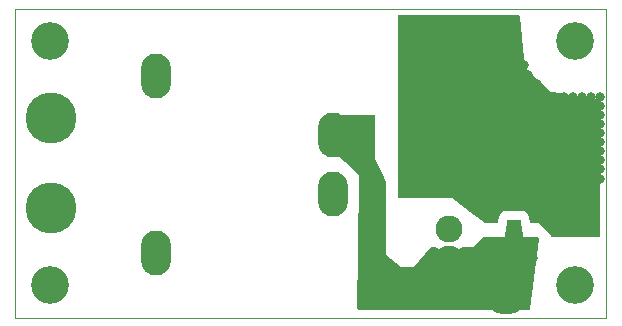
<source format=gbr>
%TF.GenerationSoftware,KiCad,Pcbnew,8.0.0~rc1*%
%TF.CreationDate,2024-01-16T05:38:03-05:00*%
%TF.ProjectId,VTVMbattElim,5654564d-6261-4747-9445-6c696d2e6b69,rev?*%
%TF.SameCoordinates,PX68860e8PY35c5de8*%
%TF.FileFunction,Copper,L1,Top*%
%TF.FilePolarity,Positive*%
%FSLAX46Y46*%
G04 Gerber Fmt 4.6, Leading zero omitted, Abs format (unit mm)*
G04 Created by KiCad (PCBNEW 8.0.0~rc1) date 2024-01-16 05:38:03*
%MOMM*%
%LPD*%
G01*
G04 APERTURE LIST*
G04 Aperture macros list*
%AMOutline4P*
0 Free polygon, 4 corners , with rotation*
0 The origin of the aperture is its center*
0 number of corners: always 4*
0 $1 to $8 corner X, Y*
0 $9 Rotation angle, in degrees counterclockwise*
0 create outline with 4 corners*
4,1,4,$1,$2,$3,$4,$5,$6,$7,$8,$1,$2,$9*%
G04 Aperture macros list end*
%TA.AperFunction,WasherPad*%
%ADD10C,3.200000*%
%TD*%
%TA.AperFunction,ComponentPad*%
%ADD11C,2.286000*%
%TD*%
%TA.AperFunction,ComponentPad*%
%ADD12C,4.318000*%
%TD*%
%TA.AperFunction,ComponentPad*%
%ADD13O,2.540000X3.810000*%
%TD*%
%TA.AperFunction,SMDPad,CuDef*%
%ADD14Outline4P,-1.800000X-1.150000X1.800000X-0.550000X1.800000X0.550000X-1.800000X1.150000X270.000000*%
%TD*%
%TA.AperFunction,SMDPad,CuDef*%
%ADD15Outline4P,-1.800000X-1.150000X1.800000X-0.550000X1.800000X0.550000X-1.800000X1.150000X90.000000*%
%TD*%
%TA.AperFunction,ViaPad*%
%ADD16C,0.800000*%
%TD*%
%TA.AperFunction,Conductor*%
%ADD17C,1.143000*%
%TD*%
%TA.AperFunction,Profile*%
%ADD18C,0.100000*%
%TD*%
G04 APERTURE END LIST*
D10*
%TO.P,H4,*%
%TO.N,*%
X2921000Y-23396400D03*
%TD*%
D11*
%TO.P,RV1,1,1*%
%TO.N,Net-(R2-Pad2)*%
X36703000Y-18669000D03*
%TO.P,RV1,2,2*%
%TO.N,GND*%
X36703000Y-21209000D03*
%TO.P,RV1,3,3*%
X36703000Y-23749000D03*
%TD*%
D12*
%TO.P,TP2,1,1*%
%TO.N,/Vin2*%
X3048000Y-16891000D03*
%TD*%
%TO.P,TP1,1,1*%
%TO.N,/Vin1*%
X3048000Y-9271000D03*
%TD*%
D10*
%TO.P,H2,*%
%TO.N,*%
X47371000Y-2771600D03*
%TD*%
D13*
%TO.P,PS1,1,AC/L*%
%TO.N,/Vfuse2*%
X11882120Y-20667980D03*
%TO.P,PS1,2,AC/N*%
%TO.N,/Vin1*%
X11882120Y-5671820D03*
%TO.P,PS1,3,+Vout*%
%TO.N,/VDC1*%
X26878280Y-15671800D03*
%TO.P,PS1,4,-Vout*%
%TO.N,GND*%
X26878280Y-10668000D03*
%TD*%
D12*
%TO.P,TP4,1,1*%
%TO.N,GND*%
X41529000Y-23749000D03*
%TD*%
D10*
%TO.P,H1,*%
%TO.N,*%
X2921000Y-2771600D03*
%TD*%
D12*
%TO.P,TP3,1,1*%
%TO.N,/Vout*%
X47371000Y-17145000D03*
%TD*%
D10*
%TO.P,H3,*%
%TO.N,*%
X47371000Y-23396400D03*
%TD*%
D14*
%TO.P,D3,1,A1*%
%TO.N,/Vout*%
X42214800Y-13859600D03*
D15*
%TO.P,D3,2,A2*%
%TO.N,GND*%
X42214800Y-19659600D03*
%TD*%
D16*
%TO.N,GND*%
X43789600Y-21082000D03*
X39565625Y-21105604D03*
X33040547Y-23623369D03*
X34092223Y-24686772D03*
X30378400Y-16103600D03*
X29885522Y-24686772D03*
X29718000Y-11887200D03*
X32020148Y-22669433D03*
X30937197Y-23623369D03*
X29916798Y-22669433D03*
X30378400Y-14000249D03*
X34123499Y-22669433D03*
X40566476Y-21105604D03*
X29464000Y-13157200D03*
X30378400Y-15051925D03*
X31988872Y-24686772D03*
X39522400Y-20015200D03*
%TO.N,/Vout*%
X41097200Y-7162800D03*
X40741600Y-3251200D03*
X36169600Y-4775200D03*
X38049200Y-11734800D03*
X39573200Y-15544800D03*
X43383200Y-7162800D03*
X40335200Y-10972800D03*
X39217600Y-4013200D03*
X39979600Y-3251200D03*
X38049200Y-8686800D03*
X48768000Y-7518400D03*
X38811200Y-11734800D03*
X39979600Y-4775200D03*
X39573200Y-11734800D03*
X38049200Y-12496800D03*
X36169600Y-1727200D03*
X38811200Y-6400800D03*
X47244000Y-12090400D03*
X41097200Y-6400800D03*
X48006000Y-12090400D03*
X38455600Y-2489200D03*
X49530000Y-12852400D03*
X46482000Y-8280400D03*
X44145200Y-7162800D03*
X37693600Y-4013200D03*
X39979600Y-4013200D03*
X49530000Y-9804400D03*
X44145200Y-11023600D03*
X47244000Y-9042400D03*
X39573200Y-10210800D03*
X40335200Y-7162800D03*
X49530000Y-13614400D03*
X49530000Y-9042400D03*
X39217600Y-3251200D03*
X41503600Y-4013200D03*
X49530000Y-11328400D03*
X36931600Y-1727200D03*
X43383200Y-14122400D03*
X38455600Y-1727200D03*
X49530000Y-8280400D03*
X44145200Y-13360400D03*
X45720000Y-8280400D03*
X42265600Y-2489200D03*
X40335200Y-15544800D03*
X38049200Y-15544800D03*
X38049200Y-10972800D03*
X48768000Y-9042400D03*
X37287200Y-8686800D03*
X44145200Y-6400800D03*
X48006000Y-7518400D03*
X43383200Y-6400800D03*
X42265600Y-965200D03*
X41503600Y-4775200D03*
X41859200Y-11887200D03*
X36169600Y-965200D03*
X44145200Y-12598400D03*
X45720000Y-12090400D03*
X44145200Y-11785600D03*
X40335200Y-12496800D03*
X47244000Y-12852400D03*
X40741600Y-2489200D03*
X48768000Y-11328400D03*
X39217600Y-4775200D03*
X41503600Y-1727200D03*
X37287200Y-9448800D03*
X43027600Y-4775200D03*
X39979600Y-1727200D03*
X36931600Y-965200D03*
X46482000Y-12852400D03*
X48768000Y-12090400D03*
X45720000Y-12852400D03*
X36931600Y-4775200D03*
X38811200Y-14782800D03*
X41859200Y-5638800D03*
X49530000Y-12090400D03*
X40741600Y-4775200D03*
X39573200Y-13258800D03*
X47244000Y-14427200D03*
X47244000Y-8280400D03*
X39217600Y-2489200D03*
X44145200Y-7924800D03*
X44958000Y-14427200D03*
X39979600Y-965200D03*
X39573200Y-12496800D03*
X40335200Y-13258800D03*
X46482000Y-12090400D03*
X42621200Y-6400800D03*
X44145200Y-8686800D03*
X44958000Y-7518400D03*
X45770800Y-15240000D03*
X47244000Y-7518400D03*
X47244000Y-11328400D03*
X37287200Y-12496800D03*
X38455600Y-4775200D03*
X38049200Y-14782800D03*
X48768000Y-12852400D03*
X45720000Y-11328400D03*
X47244000Y-13614400D03*
X44958000Y-12852400D03*
X38811200Y-5638800D03*
X46482000Y-7518400D03*
X48768000Y-9804400D03*
X40335200Y-11734800D03*
X49530000Y-14427200D03*
X39573200Y-7924800D03*
X43383200Y-8686800D03*
X39979600Y-2489200D03*
X38811200Y-8686800D03*
X38049200Y-14020800D03*
X44958000Y-8280400D03*
X38811200Y-10972800D03*
X46482000Y-14427200D03*
X39573200Y-7162800D03*
X37287200Y-13258800D03*
X40335200Y-14020800D03*
X38811200Y-7162800D03*
X41503600Y-3251200D03*
X42621200Y-11887200D03*
X40335200Y-9448800D03*
X45720000Y-9804400D03*
X38811200Y-10210800D03*
X48768000Y-13614400D03*
X40335200Y-10210800D03*
X43383200Y-5638800D03*
X48006000Y-13614400D03*
X37287200Y-10972800D03*
X37287200Y-6400800D03*
X42265600Y-1727200D03*
X38049200Y-7162800D03*
X44958000Y-9804400D03*
X37693600Y-3251200D03*
X39573200Y-9448800D03*
X38811200Y-13258800D03*
X36169600Y-4013200D03*
X36931600Y-2489200D03*
X37287200Y-10210800D03*
X41097200Y-15697200D03*
X48006000Y-8280400D03*
X38049200Y-13258800D03*
X43383200Y-14884400D03*
X37287200Y-7162800D03*
X37693600Y-2489200D03*
X38049200Y-6400800D03*
X47244000Y-10566400D03*
X48006000Y-14427200D03*
X42265600Y-4775200D03*
X48768000Y-8280400D03*
X46482000Y-11328400D03*
X48006000Y-9042400D03*
X37287200Y-11734800D03*
X40335200Y-14782800D03*
X48006000Y-9804400D03*
X46482000Y-9042400D03*
X43383200Y-9448800D03*
X45720000Y-9042400D03*
X40335200Y-6400800D03*
X39573200Y-8686800D03*
X38811200Y-14020800D03*
X38811200Y-7924800D03*
X40741600Y-965200D03*
X37287200Y-7924800D03*
X44145200Y-15646400D03*
X42265600Y-3251200D03*
X43383200Y-7924800D03*
X41097200Y-14935200D03*
X41859200Y-6400800D03*
X42265600Y-4013200D03*
X42621200Y-7162800D03*
X39217600Y-965200D03*
X45720000Y-10566400D03*
X40335200Y-8686800D03*
X38811200Y-9448800D03*
X44907200Y-16103600D03*
X38455600Y-4013200D03*
X38049200Y-5638800D03*
X42621200Y-5638800D03*
X38049200Y-10210800D03*
X44145200Y-9448800D03*
X45720000Y-14427200D03*
X38049200Y-9448800D03*
X39573200Y-5638800D03*
X43383200Y-10261600D03*
X44958000Y-13614400D03*
X46482000Y-13614400D03*
X44958000Y-10566400D03*
X41097200Y-14173200D03*
X37693600Y-1727200D03*
X41503600Y-965200D03*
X48006000Y-10566400D03*
X44145200Y-14884400D03*
X39573200Y-10972800D03*
X49530000Y-10566400D03*
X41097200Y-5638800D03*
X47244000Y-9804400D03*
X44145200Y-10261600D03*
X43383200Y-15646400D03*
X41859200Y-7162800D03*
X37693600Y-965200D03*
X44958000Y-12090400D03*
X45720000Y-13614400D03*
X39573200Y-14782800D03*
X46482000Y-10566400D03*
X44958000Y-11328400D03*
X40741600Y-1727200D03*
X48006000Y-11328400D03*
X43383200Y-11785600D03*
X44958000Y-15240000D03*
X41097200Y-11887200D03*
X38455600Y-3251200D03*
X38811200Y-15544800D03*
X39573200Y-6400800D03*
X40335200Y-5638800D03*
X37287200Y-5638800D03*
X43383200Y-11023600D03*
X48768000Y-10566400D03*
X39217600Y-1727200D03*
X38811200Y-12496800D03*
X46482000Y-9804400D03*
X36931600Y-4013200D03*
X39573200Y-14020800D03*
X36169600Y-2489200D03*
X36931600Y-3251200D03*
X44958000Y-9042400D03*
X37693600Y-4775200D03*
X40335200Y-7924800D03*
X45720000Y-7518400D03*
X49530000Y-7518400D03*
X38455600Y-965200D03*
X36169600Y-3251200D03*
X44145200Y-14122400D03*
X40741600Y-4013200D03*
X41503600Y-2489200D03*
X38049200Y-7924800D03*
X48006000Y-12852400D03*
X48768000Y-14427200D03*
%TD*%
D17*
%TO.N,GND*%
X42214800Y-19659600D02*
X42214800Y-23063200D01*
X42214800Y-23063200D02*
X41529000Y-23749000D01*
%TO.N,/Vout*%
X47213500Y-16987500D02*
X47371000Y-17145000D01*
%TD*%
%TA.AperFunction,Conductor*%
%TO.N,/Vout*%
G36*
X42611388Y-558253D02*
G01*
X42678328Y-578266D01*
X42723824Y-631294D01*
X42734135Y-669636D01*
X43180000Y-5029200D01*
X45364400Y-7061200D01*
X49323258Y-7655028D01*
X49386635Y-7684439D01*
X49424051Y-7743446D01*
X49428862Y-7777117D01*
X49478651Y-19228713D01*
X49459258Y-19295837D01*
X49406653Y-19341821D01*
X49353121Y-19353243D01*
X45418254Y-19304664D01*
X45351463Y-19284153D01*
X45328125Y-19264186D01*
X44323000Y-18161000D01*
X43693096Y-18161000D01*
X43626057Y-18141315D01*
X43580302Y-18088511D01*
X43570783Y-18057386D01*
X43502845Y-17649761D01*
X43502842Y-17649740D01*
X43501265Y-17642877D01*
X43498413Y-17636178D01*
X43431437Y-17478883D01*
X43431435Y-17478880D01*
X43386536Y-17417976D01*
X43363369Y-17386549D01*
X43325665Y-17335405D01*
X43325664Y-17335404D01*
X43189661Y-17220192D01*
X43189659Y-17220191D01*
X43189658Y-17220190D01*
X43030748Y-17139446D01*
X43030747Y-17139445D01*
X43030746Y-17139445D01*
X42857498Y-17097525D01*
X42852268Y-17097208D01*
X42850470Y-17097100D01*
X42850465Y-17097100D01*
X41579160Y-17097100D01*
X41579122Y-17097102D01*
X41572107Y-17097526D01*
X41572098Y-17097527D01*
X41398853Y-17139446D01*
X41239938Y-17220193D01*
X41103939Y-17335402D01*
X41103935Y-17335406D01*
X40998165Y-17478881D01*
X40998165Y-17478882D01*
X40928337Y-17642874D01*
X40928335Y-17642879D01*
X40926756Y-17649761D01*
X40858818Y-18057386D01*
X40828380Y-18120277D01*
X40768772Y-18156728D01*
X40736505Y-18161000D01*
X39792836Y-18161000D01*
X39725797Y-18141315D01*
X39717714Y-18135654D01*
X39655803Y-18088511D01*
X38855208Y-17478883D01*
X36982401Y-16052800D01*
X36982400Y-16052800D01*
X32483600Y-16052800D01*
X32416561Y-16033115D01*
X32370806Y-15980311D01*
X32359600Y-15928800D01*
X32359600Y-632609D01*
X32379285Y-565570D01*
X32432089Y-519815D01*
X32484204Y-508610D01*
X42611388Y-558253D01*
G37*
%TD.AperFunction*%
%TD*%
%TA.AperFunction,Conductor*%
%TO.N,GND*%
G36*
X30423039Y-9036685D02*
G01*
X30468794Y-9089489D01*
X30480000Y-9141000D01*
X30480000Y-12700000D01*
X31091188Y-14097000D01*
X31358604Y-14708237D01*
X31369000Y-14757939D01*
X31369000Y-20828000D01*
X32639000Y-21844000D01*
X33782000Y-21844000D01*
X35141851Y-20236902D01*
X35200182Y-20198441D01*
X35236511Y-20193000D01*
X35517894Y-20193000D01*
X35584933Y-20212685D01*
X35592204Y-20217733D01*
X35670175Y-20276101D01*
X35670183Y-20276106D01*
X35909399Y-20406728D01*
X35909398Y-20406728D01*
X35909402Y-20406729D01*
X35909405Y-20406731D01*
X36164787Y-20501984D01*
X36431126Y-20559922D01*
X36683554Y-20577976D01*
X36702999Y-20579367D01*
X36703000Y-20579367D01*
X36703001Y-20579367D01*
X36721148Y-20578069D01*
X36974874Y-20559922D01*
X37241213Y-20501984D01*
X37496595Y-20406731D01*
X37735822Y-20276103D01*
X37770879Y-20249858D01*
X37813796Y-20217733D01*
X37879260Y-20193316D01*
X37888106Y-20193000D01*
X38735000Y-20193000D01*
X39587129Y-19340870D01*
X39648450Y-19307387D01*
X39676135Y-19304560D01*
X44209101Y-19353302D01*
X44275925Y-19373706D01*
X44321110Y-19426999D01*
X44330771Y-19492987D01*
X43574817Y-25418692D01*
X43546807Y-25482701D01*
X43488638Y-25521406D01*
X43451814Y-25527000D01*
X29081385Y-25527000D01*
X29014346Y-25507315D01*
X28968591Y-25454511D01*
X28957393Y-25401622D01*
X29011834Y-20501985D01*
X29083000Y-14097000D01*
X26708720Y-11847682D01*
X26673590Y-11787286D01*
X26670000Y-11757664D01*
X26670000Y-9141000D01*
X26689685Y-9073961D01*
X26742489Y-9028206D01*
X26794000Y-9017000D01*
X30356000Y-9017000D01*
X30423039Y-9036685D01*
G37*
%TD.AperFunction*%
%TD*%
D18*
X50038000Y-26162000D02*
X0Y-26162000D01*
X0Y0D02*
X50038000Y0D01*
X0Y-26162000D02*
X0Y0D01*
X50038000Y0D02*
X50038000Y-26162000D01*
M02*

</source>
